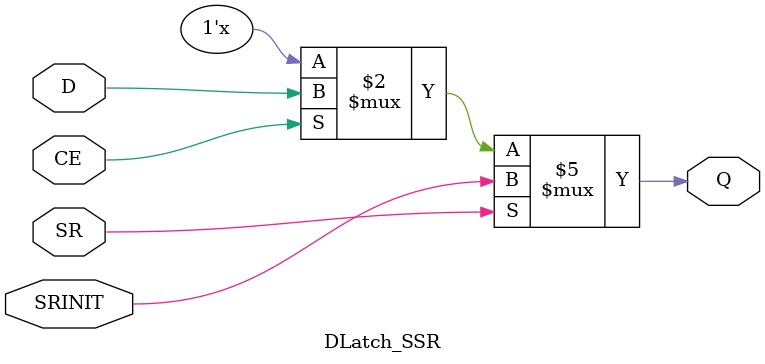
<source format=sv>
`timescale 1ns / 1ps


module DLatch_SSR(
    input D,    //D
    input CE,   // Chip Enable
    input SR,   //Active High Synchronous Reset (No Clk)
    input SRINIT,   //Initial Value
    output reg Q    //Output Q    
    );
    
    always_comb begin
        if (SR) begin
            Q <= SRINIT;
        end
        else if (CE) begin 
            Q <= D;      
        end
    end
endmodule

</source>
